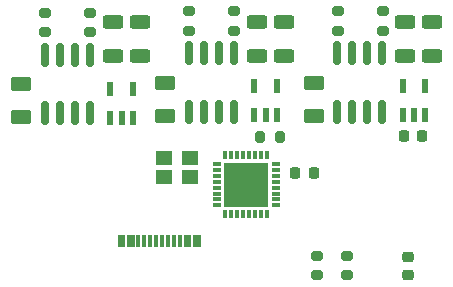
<source format=gbr>
%TF.GenerationSoftware,KiCad,Pcbnew,(6.0.1)*%
%TF.CreationDate,2022-02-15T00:41:15-08:00*%
%TF.ProjectId,OpenMC,4f70656e-4d43-42e6-9b69-6361645f7063,rev?*%
%TF.SameCoordinates,Original*%
%TF.FileFunction,Paste,Bot*%
%TF.FilePolarity,Positive*%
%FSLAX46Y46*%
G04 Gerber Fmt 4.6, Leading zero omitted, Abs format (unit mm)*
G04 Created by KiCad (PCBNEW (6.0.1)) date 2022-02-15 00:41:15*
%MOMM*%
%LPD*%
G01*
G04 APERTURE LIST*
G04 Aperture macros list*
%AMRoundRect*
0 Rectangle with rounded corners*
0 $1 Rounding radius*
0 $2 $3 $4 $5 $6 $7 $8 $9 X,Y pos of 4 corners*
0 Add a 4 corners polygon primitive as box body*
4,1,4,$2,$3,$4,$5,$6,$7,$8,$9,$2,$3,0*
0 Add four circle primitives for the rounded corners*
1,1,$1+$1,$2,$3*
1,1,$1+$1,$4,$5*
1,1,$1+$1,$6,$7*
1,1,$1+$1,$8,$9*
0 Add four rect primitives between the rounded corners*
20,1,$1+$1,$2,$3,$4,$5,0*
20,1,$1+$1,$4,$5,$6,$7,0*
20,1,$1+$1,$6,$7,$8,$9,0*
20,1,$1+$1,$8,$9,$2,$3,0*%
G04 Aperture macros list end*
%ADD10R,1.400000X1.150000*%
%ADD11R,0.300000X1.100000*%
%ADD12RoundRect,0.250000X-0.625000X0.312500X-0.625000X-0.312500X0.625000X-0.312500X0.625000X0.312500X0*%
%ADD13RoundRect,0.150000X0.150000X-0.825000X0.150000X0.825000X-0.150000X0.825000X-0.150000X-0.825000X0*%
%ADD14RoundRect,0.200000X0.200000X0.275000X-0.200000X0.275000X-0.200000X-0.275000X0.200000X-0.275000X0*%
%ADD15RoundRect,0.200000X0.275000X-0.200000X0.275000X0.200000X-0.275000X0.200000X-0.275000X-0.200000X0*%
%ADD16RoundRect,0.225000X-0.250000X0.225000X-0.250000X-0.225000X0.250000X-0.225000X0.250000X0.225000X0*%
%ADD17RoundRect,0.225000X-0.225000X-0.250000X0.225000X-0.250000X0.225000X0.250000X-0.225000X0.250000X0*%
%ADD18RoundRect,0.200000X-0.275000X0.200000X-0.275000X-0.200000X0.275000X-0.200000X0.275000X0.200000X0*%
%ADD19RoundRect,0.250000X0.625000X-0.375000X0.625000X0.375000X-0.625000X0.375000X-0.625000X-0.375000X0*%
%ADD20R,0.600000X1.200000*%
%ADD21R,0.300000X0.800000*%
%ADD22R,0.800000X0.300000*%
%ADD23R,3.750000X3.750000*%
G04 APERTURE END LIST*
D10*
%TO.C,Y1*%
X132570400Y-134632600D03*
X130370400Y-134632600D03*
X130370400Y-133032600D03*
X132570400Y-133032600D03*
%TD*%
D11*
%TO.C,J8*%
X133271000Y-140012000D03*
X132471000Y-140012000D03*
X131171000Y-140012000D03*
X130171000Y-140012000D03*
X129671000Y-140012000D03*
X128671000Y-140012000D03*
X127371000Y-140012000D03*
X126571000Y-140012000D03*
X126871000Y-140012000D03*
X127671000Y-140012000D03*
X128171000Y-140012000D03*
X129171000Y-140012000D03*
X130671000Y-140012000D03*
X131671000Y-140012000D03*
X132171000Y-140012000D03*
X132971000Y-140012000D03*
%TD*%
D12*
%TO.C,R4*%
X140512800Y-121448100D03*
X140512800Y-124373100D03*
%TD*%
%TO.C,R6*%
X138226800Y-121448100D03*
X138226800Y-124373100D03*
%TD*%
D13*
%TO.C,U3*%
X124066000Y-129195600D03*
X122796000Y-129195600D03*
X121526000Y-129195600D03*
X120256000Y-129195600D03*
X120256000Y-124245600D03*
X121526000Y-124245600D03*
X122796000Y-124245600D03*
X124066000Y-124245600D03*
%TD*%
D14*
%TO.C,R5*%
X140118600Y-131216400D03*
X138468600Y-131216400D03*
%TD*%
D15*
%TO.C,C2*%
X148844000Y-122237000D03*
X148844000Y-120587000D03*
%TD*%
D16*
%TO.C,C10*%
X150977600Y-141338000D03*
X150977600Y-142888000D03*
%TD*%
D17*
%TO.C,C12*%
X150659800Y-131114800D03*
X152209800Y-131114800D03*
%TD*%
D18*
%TO.C,R14*%
X145796000Y-141288000D03*
X145796000Y-142938000D03*
%TD*%
D17*
%TO.C,C11*%
X141465000Y-134239000D03*
X143015000Y-134239000D03*
%TD*%
D19*
%TO.C,D2*%
X143002000Y-129416000D03*
X143002000Y-126616000D03*
%TD*%
D12*
%TO.C,R12*%
X126034800Y-121448100D03*
X126034800Y-124373100D03*
%TD*%
D15*
%TO.C,C5*%
X120269000Y-122364000D03*
X120269000Y-120714000D03*
%TD*%
D13*
%TO.C,U2*%
X148831000Y-129068600D03*
X147561000Y-129068600D03*
X146291000Y-129068600D03*
X145021000Y-129068600D03*
X145021000Y-124118600D03*
X146291000Y-124118600D03*
X147561000Y-124118600D03*
X148831000Y-124118600D03*
%TD*%
%TO.C,U1*%
X136258000Y-129068600D03*
X134988000Y-129068600D03*
X133718000Y-129068600D03*
X132448000Y-129068600D03*
X132448000Y-124118600D03*
X133718000Y-124118600D03*
X134988000Y-124118600D03*
X136258000Y-124118600D03*
%TD*%
D20*
%TO.C,IC2*%
X139888000Y-129393000D03*
X138938000Y-129393000D03*
X137988000Y-129393000D03*
X137988000Y-126893000D03*
X139888000Y-126893000D03*
%TD*%
%TO.C,IC4*%
X152461000Y-129393000D03*
X151511000Y-129393000D03*
X150561000Y-129393000D03*
X150561000Y-126893000D03*
X152461000Y-126893000D03*
%TD*%
D15*
%TO.C,C1*%
X136271000Y-122237000D03*
X136271000Y-120587000D03*
%TD*%
D19*
%TO.C,D3*%
X118237000Y-129543000D03*
X118237000Y-126743000D03*
%TD*%
D18*
%TO.C,R15*%
X143256000Y-141288000D03*
X143256000Y-142938000D03*
%TD*%
D15*
%TO.C,C3*%
X124079000Y-122364000D03*
X124079000Y-120714000D03*
%TD*%
D12*
%TO.C,R10*%
X128320800Y-121448100D03*
X128320800Y-124373100D03*
%TD*%
D15*
%TO.C,C15*%
X132461000Y-122237000D03*
X132461000Y-120587000D03*
%TD*%
D12*
%TO.C,R9*%
X150774400Y-121448100D03*
X150774400Y-124373100D03*
%TD*%
D15*
%TO.C,C14*%
X145034000Y-122237000D03*
X145034000Y-120587000D03*
%TD*%
D20*
%TO.C,IC3*%
X127696000Y-129647000D03*
X126746000Y-129647000D03*
X125796000Y-129647000D03*
X125796000Y-127147000D03*
X127696000Y-127147000D03*
%TD*%
D19*
%TO.C,D1*%
X130429000Y-129416000D03*
X130429000Y-126616000D03*
%TD*%
D21*
%TO.C,IC1*%
X135536999Y-132754999D03*
X136036999Y-132754999D03*
X136536999Y-132754999D03*
X137036999Y-132754999D03*
X137536999Y-132754999D03*
X138036999Y-132754999D03*
X138536999Y-132754999D03*
X139036999Y-132754999D03*
D22*
X139786999Y-133504999D03*
X139786999Y-134004999D03*
X139786999Y-134504999D03*
X139786999Y-135004999D03*
X139786999Y-135504999D03*
X139786999Y-136004999D03*
X139786999Y-136504999D03*
X139786999Y-137004999D03*
D21*
X139036999Y-137754999D03*
X138536999Y-137754999D03*
X138036999Y-137754999D03*
X137536999Y-137754999D03*
X137036999Y-137754999D03*
X136536999Y-137754999D03*
X136036999Y-137754999D03*
X135536999Y-137754999D03*
D22*
X134786999Y-137004999D03*
X134786999Y-136504999D03*
X134786999Y-136004999D03*
X134786999Y-135504999D03*
X134786999Y-135004999D03*
X134786999Y-134504999D03*
X134786999Y-134004999D03*
X134786999Y-133504999D03*
D23*
X137286999Y-135254999D03*
%TD*%
D12*
%TO.C,R7*%
X153060400Y-121448100D03*
X153060400Y-124373100D03*
%TD*%
M02*

</source>
